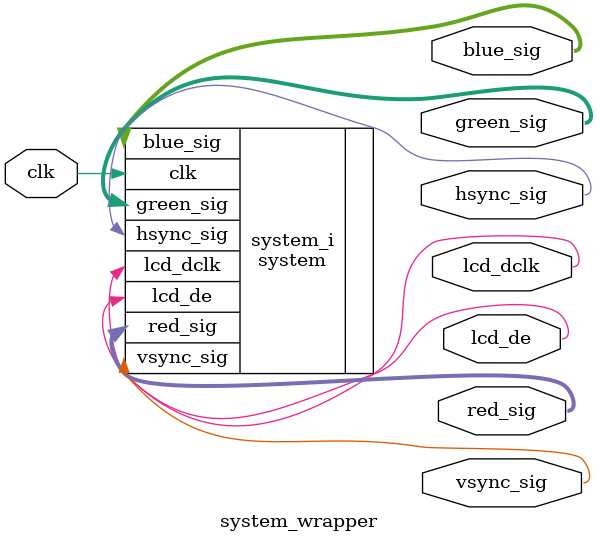
<source format=v>
`timescale 1 ps / 1 ps

module system_wrapper
   (blue_sig,
    clk,
    green_sig,
    hsync_sig,
    lcd_dclk,
    lcd_de,
    red_sig,
    vsync_sig);
  output [7:0]blue_sig;
  input clk;
  output [7:0]green_sig;
  output hsync_sig;
  output lcd_dclk;
  output lcd_de;
  output [7:0]red_sig;
  output vsync_sig;

  wire [7:0]blue_sig;
  wire clk;
  wire [7:0]green_sig;
  wire hsync_sig;
  wire lcd_dclk;
  wire lcd_de;
  wire [7:0]red_sig;
  wire vsync_sig;

  system system_i
       (.blue_sig(blue_sig),
        .clk(clk),
        .green_sig(green_sig),
        .hsync_sig(hsync_sig),
        .lcd_dclk(lcd_dclk),
        .lcd_de(lcd_de),
        .red_sig(red_sig),
        .vsync_sig(vsync_sig));
endmodule

</source>
